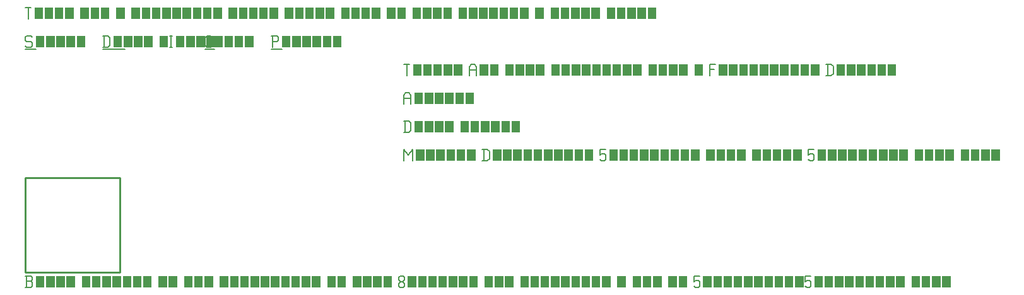
<source format=gbr>
G04 start of page 3 for group -1 layer_idx 16777221 *
G04 Title: Arc with clearline flag, <virtual group> *
G04 Creator: <version>
G04 CreationDate: <date>
G04 For:  *
G04 Format: Gerber/RS-274X *
G04 PCB-Dimensions: 50000 50000 *
G04 PCB-Coordinate-Origin: lower left *
%MOIN*%
%FSLAX25Y25*%
%LNFAB*%
%ADD17C,0.0100*%
%ADD16C,0.0001*%
%ADD15C,0.0060*%
G54D15*X3000Y125000D02*X3750Y124250D01*
X750Y125000D02*X3000D01*
X0Y124250D02*X750Y125000D01*
X0Y124250D02*Y122750D01*
X750Y122000D01*
X3000D01*
X3750Y121250D01*
Y119750D01*
X3000Y119000D02*X3750Y119750D01*
X750Y119000D02*X3000D01*
X0Y119750D02*X750Y119000D01*
G54D16*G36*
X5550Y125000D02*Y119000D01*
X10050D01*
Y125000D01*
X5550D01*
G37*
G36*
X10950D02*Y119000D01*
X15450D01*
Y125000D01*
X10950D01*
G37*
G36*
X16350D02*Y119000D01*
X20850D01*
Y125000D01*
X16350D01*
G37*
G36*
X21750D02*Y119000D01*
X26250D01*
Y125000D01*
X21750D01*
G37*
G36*
X27150D02*Y119000D01*
X31650D01*
Y125000D01*
X27150D01*
G37*
G54D15*X0Y118000D02*X5550D01*
X41750Y125000D02*Y119000D01*
X43700Y125000D02*X44750Y123950D01*
Y120050D01*
X43700Y119000D02*X44750Y120050D01*
X41000Y119000D02*X43700D01*
X41000Y125000D02*X43700D01*
G54D16*G36*
X46550D02*Y119000D01*
X51050D01*
Y125000D01*
X46550D01*
G37*
G36*
X51950D02*Y119000D01*
X56450D01*
Y125000D01*
X51950D01*
G37*
G36*
X57350D02*Y119000D01*
X61850D01*
Y125000D01*
X57350D01*
G37*
G36*
X62750D02*Y119000D01*
X67250D01*
Y125000D01*
X62750D01*
G37*
G36*
X70850D02*Y119000D01*
X75350D01*
Y125000D01*
X70850D01*
G37*
G54D15*X76250D02*X77750D01*
X77000D02*Y119000D01*
X76250D02*X77750D01*
G54D16*G36*
X79550Y125000D02*Y119000D01*
X84050D01*
Y125000D01*
X79550D01*
G37*
G36*
X84950D02*Y119000D01*
X89450D01*
Y125000D01*
X84950D01*
G37*
G36*
X90350D02*Y119000D01*
X94850D01*
Y125000D01*
X90350D01*
G37*
G36*
X95750D02*Y119000D01*
X100250D01*
Y125000D01*
X95750D01*
G37*
G54D15*X41000Y118000D02*X52550D01*
X96050Y119000D02*X98000D01*
X95000Y120050D02*X96050Y119000D01*
X95000Y123950D02*Y120050D01*
Y123950D02*X96050Y125000D01*
X98000D01*
G54D16*G36*
X99800D02*Y119000D01*
X104300D01*
Y125000D01*
X99800D01*
G37*
G36*
X105200D02*Y119000D01*
X109700D01*
Y125000D01*
X105200D01*
G37*
G36*
X110600D02*Y119000D01*
X115100D01*
Y125000D01*
X110600D01*
G37*
G36*
X116000D02*Y119000D01*
X120500D01*
Y125000D01*
X116000D01*
G37*
G54D15*X95000Y118000D02*X99800D01*
X130750Y125000D02*Y119000D01*
X130000Y125000D02*X133000D01*
X133750Y124250D01*
Y122750D01*
X133000Y122000D02*X133750Y122750D01*
X130750Y122000D02*X133000D01*
G54D16*G36*
X135550Y125000D02*Y119000D01*
X140050D01*
Y125000D01*
X135550D01*
G37*
G36*
X140950D02*Y119000D01*
X145450D01*
Y125000D01*
X140950D01*
G37*
G36*
X146350D02*Y119000D01*
X150850D01*
Y125000D01*
X146350D01*
G37*
G36*
X151750D02*Y119000D01*
X156250D01*
Y125000D01*
X151750D01*
G37*
G36*
X157150D02*Y119000D01*
X161650D01*
Y125000D01*
X157150D01*
G37*
G36*
X162550D02*Y119000D01*
X167050D01*
Y125000D01*
X162550D01*
G37*
G54D15*X130000Y118000D02*X135550D01*
X0Y140000D02*X3000D01*
X1500D02*Y134000D01*
G54D16*G36*
X4800Y140000D02*Y134000D01*
X9300D01*
Y140000D01*
X4800D01*
G37*
G36*
X10200D02*Y134000D01*
X14700D01*
Y140000D01*
X10200D01*
G37*
G36*
X15600D02*Y134000D01*
X20100D01*
Y140000D01*
X15600D01*
G37*
G36*
X21000D02*Y134000D01*
X25500D01*
Y140000D01*
X21000D01*
G37*
G36*
X29100D02*Y134000D01*
X33600D01*
Y140000D01*
X29100D01*
G37*
G36*
X34500D02*Y134000D01*
X39000D01*
Y140000D01*
X34500D01*
G37*
G36*
X39900D02*Y134000D01*
X44400D01*
Y140000D01*
X39900D01*
G37*
G36*
X48000D02*Y134000D01*
X52500D01*
Y140000D01*
X48000D01*
G37*
G36*
X56100D02*Y134000D01*
X60600D01*
Y140000D01*
X56100D01*
G37*
G36*
X61500D02*Y134000D01*
X66000D01*
Y140000D01*
X61500D01*
G37*
G36*
X66900D02*Y134000D01*
X71400D01*
Y140000D01*
X66900D01*
G37*
G36*
X72300D02*Y134000D01*
X76800D01*
Y140000D01*
X72300D01*
G37*
G36*
X77700D02*Y134000D01*
X82200D01*
Y140000D01*
X77700D01*
G37*
G36*
X83100D02*Y134000D01*
X87600D01*
Y140000D01*
X83100D01*
G37*
G36*
X88500D02*Y134000D01*
X93000D01*
Y140000D01*
X88500D01*
G37*
G36*
X93900D02*Y134000D01*
X98400D01*
Y140000D01*
X93900D01*
G37*
G36*
X99300D02*Y134000D01*
X103800D01*
Y140000D01*
X99300D01*
G37*
G36*
X107400D02*Y134000D01*
X111900D01*
Y140000D01*
X107400D01*
G37*
G36*
X112800D02*Y134000D01*
X117300D01*
Y140000D01*
X112800D01*
G37*
G36*
X118200D02*Y134000D01*
X122700D01*
Y140000D01*
X118200D01*
G37*
G36*
X123600D02*Y134000D01*
X128100D01*
Y140000D01*
X123600D01*
G37*
G36*
X129000D02*Y134000D01*
X133500D01*
Y140000D01*
X129000D01*
G37*
G36*
X137100D02*Y134000D01*
X141600D01*
Y140000D01*
X137100D01*
G37*
G36*
X142500D02*Y134000D01*
X147000D01*
Y140000D01*
X142500D01*
G37*
G36*
X147900D02*Y134000D01*
X152400D01*
Y140000D01*
X147900D01*
G37*
G36*
X153300D02*Y134000D01*
X157800D01*
Y140000D01*
X153300D01*
G37*
G36*
X158700D02*Y134000D01*
X163200D01*
Y140000D01*
X158700D01*
G37*
G36*
X166800D02*Y134000D01*
X171300D01*
Y140000D01*
X166800D01*
G37*
G36*
X172200D02*Y134000D01*
X176700D01*
Y140000D01*
X172200D01*
G37*
G36*
X177600D02*Y134000D01*
X182100D01*
Y140000D01*
X177600D01*
G37*
G36*
X183000D02*Y134000D01*
X187500D01*
Y140000D01*
X183000D01*
G37*
G36*
X191100D02*Y134000D01*
X195600D01*
Y140000D01*
X191100D01*
G37*
G36*
X196500D02*Y134000D01*
X201000D01*
Y140000D01*
X196500D01*
G37*
G36*
X204600D02*Y134000D01*
X209100D01*
Y140000D01*
X204600D01*
G37*
G36*
X210000D02*Y134000D01*
X214500D01*
Y140000D01*
X210000D01*
G37*
G36*
X215400D02*Y134000D01*
X219900D01*
Y140000D01*
X215400D01*
G37*
G36*
X220800D02*Y134000D01*
X225300D01*
Y140000D01*
X220800D01*
G37*
G36*
X228900D02*Y134000D01*
X233400D01*
Y140000D01*
X228900D01*
G37*
G36*
X234300D02*Y134000D01*
X238800D01*
Y140000D01*
X234300D01*
G37*
G36*
X239700D02*Y134000D01*
X244200D01*
Y140000D01*
X239700D01*
G37*
G36*
X245100D02*Y134000D01*
X249600D01*
Y140000D01*
X245100D01*
G37*
G36*
X250500D02*Y134000D01*
X255000D01*
Y140000D01*
X250500D01*
G37*
G36*
X255900D02*Y134000D01*
X260400D01*
Y140000D01*
X255900D01*
G37*
G36*
X261300D02*Y134000D01*
X265800D01*
Y140000D01*
X261300D01*
G37*
G36*
X269400D02*Y134000D01*
X273900D01*
Y140000D01*
X269400D01*
G37*
G36*
X277500D02*Y134000D01*
X282000D01*
Y140000D01*
X277500D01*
G37*
G36*
X282900D02*Y134000D01*
X287400D01*
Y140000D01*
X282900D01*
G37*
G36*
X288300D02*Y134000D01*
X292800D01*
Y140000D01*
X288300D01*
G37*
G36*
X293700D02*Y134000D01*
X298200D01*
Y140000D01*
X293700D01*
G37*
G36*
X299100D02*Y134000D01*
X303600D01*
Y140000D01*
X299100D01*
G37*
G36*
X307200D02*Y134000D01*
X311700D01*
Y140000D01*
X307200D01*
G37*
G36*
X312600D02*Y134000D01*
X317100D01*
Y140000D01*
X312600D01*
G37*
G36*
X318000D02*Y134000D01*
X322500D01*
Y140000D01*
X318000D01*
G37*
G36*
X323400D02*Y134000D01*
X327900D01*
Y140000D01*
X323400D01*
G37*
G36*
X328800D02*Y134000D01*
X333300D01*
Y140000D01*
X328800D01*
G37*
G54D17*X0Y50000D02*X50000D01*
X0D02*Y0D01*
X50000Y50000D02*Y0D01*
X0D02*X50000D01*
G54D15*X200000Y65000D02*Y59000D01*
Y65000D02*X202250Y62000D01*
X204500Y65000D01*
Y59000D01*
G54D16*G36*
X206300Y65000D02*Y59000D01*
X210800D01*
Y65000D01*
X206300D01*
G37*
G36*
X211700D02*Y59000D01*
X216200D01*
Y65000D01*
X211700D01*
G37*
G36*
X217100D02*Y59000D01*
X221600D01*
Y65000D01*
X217100D01*
G37*
G36*
X222500D02*Y59000D01*
X227000D01*
Y65000D01*
X222500D01*
G37*
G36*
X227900D02*Y59000D01*
X232400D01*
Y65000D01*
X227900D01*
G37*
G36*
X233300D02*Y59000D01*
X237800D01*
Y65000D01*
X233300D01*
G37*
G54D15*X242150D02*Y59000D01*
X244100Y65000D02*X245150Y63950D01*
Y60050D01*
X244100Y59000D02*X245150Y60050D01*
X241400Y59000D02*X244100D01*
X241400Y65000D02*X244100D01*
G54D16*G36*
X246950D02*Y59000D01*
X251450D01*
Y65000D01*
X246950D01*
G37*
G36*
X252350D02*Y59000D01*
X256850D01*
Y65000D01*
X252350D01*
G37*
G36*
X257750D02*Y59000D01*
X262250D01*
Y65000D01*
X257750D01*
G37*
G36*
X263150D02*Y59000D01*
X267650D01*
Y65000D01*
X263150D01*
G37*
G36*
X268550D02*Y59000D01*
X273050D01*
Y65000D01*
X268550D01*
G37*
G36*
X273950D02*Y59000D01*
X278450D01*
Y65000D01*
X273950D01*
G37*
G36*
X279350D02*Y59000D01*
X283850D01*
Y65000D01*
X279350D01*
G37*
G36*
X284750D02*Y59000D01*
X289250D01*
Y65000D01*
X284750D01*
G37*
G36*
X290150D02*Y59000D01*
X294650D01*
Y65000D01*
X290150D01*
G37*
G36*
X295550D02*Y59000D01*
X300050D01*
Y65000D01*
X295550D01*
G37*
G54D15*X303650D02*X306650D01*
X303650D02*Y62000D01*
X304400Y62750D01*
X305900D01*
X306650Y62000D01*
Y59750D01*
X305900Y59000D02*X306650Y59750D01*
X304400Y59000D02*X305900D01*
X303650Y59750D02*X304400Y59000D01*
G54D16*G36*
X308450Y65000D02*Y59000D01*
X312950D01*
Y65000D01*
X308450D01*
G37*
G36*
X313850D02*Y59000D01*
X318350D01*
Y65000D01*
X313850D01*
G37*
G36*
X319250D02*Y59000D01*
X323750D01*
Y65000D01*
X319250D01*
G37*
G36*
X324650D02*Y59000D01*
X329150D01*
Y65000D01*
X324650D01*
G37*
G36*
X330050D02*Y59000D01*
X334550D01*
Y65000D01*
X330050D01*
G37*
G36*
X335450D02*Y59000D01*
X339950D01*
Y65000D01*
X335450D01*
G37*
G36*
X340850D02*Y59000D01*
X345350D01*
Y65000D01*
X340850D01*
G37*
G36*
X346250D02*Y59000D01*
X350750D01*
Y65000D01*
X346250D01*
G37*
G36*
X351650D02*Y59000D01*
X356150D01*
Y65000D01*
X351650D01*
G37*
G36*
X359750D02*Y59000D01*
X364250D01*
Y65000D01*
X359750D01*
G37*
G36*
X365150D02*Y59000D01*
X369650D01*
Y65000D01*
X365150D01*
G37*
G36*
X370550D02*Y59000D01*
X375050D01*
Y65000D01*
X370550D01*
G37*
G36*
X375950D02*Y59000D01*
X380450D01*
Y65000D01*
X375950D01*
G37*
G36*
X384050D02*Y59000D01*
X388550D01*
Y65000D01*
X384050D01*
G37*
G36*
X389450D02*Y59000D01*
X393950D01*
Y65000D01*
X389450D01*
G37*
G36*
X394850D02*Y59000D01*
X399350D01*
Y65000D01*
X394850D01*
G37*
G36*
X400250D02*Y59000D01*
X404750D01*
Y65000D01*
X400250D01*
G37*
G36*
X405650D02*Y59000D01*
X410150D01*
Y65000D01*
X405650D01*
G37*
G54D15*X413750D02*X416750D01*
X413750D02*Y62000D01*
X414500Y62750D01*
X416000D01*
X416750Y62000D01*
Y59750D01*
X416000Y59000D02*X416750Y59750D01*
X414500Y59000D02*X416000D01*
X413750Y59750D02*X414500Y59000D01*
G54D16*G36*
X418550Y65000D02*Y59000D01*
X423050D01*
Y65000D01*
X418550D01*
G37*
G36*
X423950D02*Y59000D01*
X428450D01*
Y65000D01*
X423950D01*
G37*
G36*
X429350D02*Y59000D01*
X433850D01*
Y65000D01*
X429350D01*
G37*
G36*
X434750D02*Y59000D01*
X439250D01*
Y65000D01*
X434750D01*
G37*
G36*
X440150D02*Y59000D01*
X444650D01*
Y65000D01*
X440150D01*
G37*
G36*
X445550D02*Y59000D01*
X450050D01*
Y65000D01*
X445550D01*
G37*
G36*
X450950D02*Y59000D01*
X455450D01*
Y65000D01*
X450950D01*
G37*
G36*
X456350D02*Y59000D01*
X460850D01*
Y65000D01*
X456350D01*
G37*
G36*
X461750D02*Y59000D01*
X466250D01*
Y65000D01*
X461750D01*
G37*
G36*
X469850D02*Y59000D01*
X474350D01*
Y65000D01*
X469850D01*
G37*
G36*
X475250D02*Y59000D01*
X479750D01*
Y65000D01*
X475250D01*
G37*
G36*
X480650D02*Y59000D01*
X485150D01*
Y65000D01*
X480650D01*
G37*
G36*
X486050D02*Y59000D01*
X490550D01*
Y65000D01*
X486050D01*
G37*
G36*
X494150D02*Y59000D01*
X498650D01*
Y65000D01*
X494150D01*
G37*
G36*
X499550D02*Y59000D01*
X504050D01*
Y65000D01*
X499550D01*
G37*
G36*
X504950D02*Y59000D01*
X509450D01*
Y65000D01*
X504950D01*
G37*
G36*
X510350D02*Y59000D01*
X514850D01*
Y65000D01*
X510350D01*
G37*
G54D15*X0Y-8000D02*X3000D01*
X3750Y-7250D01*
Y-5450D02*Y-7250D01*
X3000Y-4700D02*X3750Y-5450D01*
X750Y-4700D02*X3000D01*
X750Y-2000D02*Y-8000D01*
X0Y-2000D02*X3000D01*
X3750Y-2750D01*
Y-3950D01*
X3000Y-4700D02*X3750Y-3950D01*
G54D16*G36*
X5550Y-2000D02*Y-8000D01*
X10050D01*
Y-2000D01*
X5550D01*
G37*
G36*
X10950D02*Y-8000D01*
X15450D01*
Y-2000D01*
X10950D01*
G37*
G36*
X16350D02*Y-8000D01*
X20850D01*
Y-2000D01*
X16350D01*
G37*
G36*
X21750D02*Y-8000D01*
X26250D01*
Y-2000D01*
X21750D01*
G37*
G36*
X29850D02*Y-8000D01*
X34350D01*
Y-2000D01*
X29850D01*
G37*
G36*
X35250D02*Y-8000D01*
X39750D01*
Y-2000D01*
X35250D01*
G37*
G36*
X40650D02*Y-8000D01*
X45150D01*
Y-2000D01*
X40650D01*
G37*
G36*
X46050D02*Y-8000D01*
X50550D01*
Y-2000D01*
X46050D01*
G37*
G36*
X51450D02*Y-8000D01*
X55950D01*
Y-2000D01*
X51450D01*
G37*
G36*
X56850D02*Y-8000D01*
X61350D01*
Y-2000D01*
X56850D01*
G37*
G36*
X62250D02*Y-8000D01*
X66750D01*
Y-2000D01*
X62250D01*
G37*
G36*
X70350D02*Y-8000D01*
X74850D01*
Y-2000D01*
X70350D01*
G37*
G36*
X75750D02*Y-8000D01*
X80250D01*
Y-2000D01*
X75750D01*
G37*
G36*
X83850D02*Y-8000D01*
X88350D01*
Y-2000D01*
X83850D01*
G37*
G36*
X89250D02*Y-8000D01*
X93750D01*
Y-2000D01*
X89250D01*
G37*
G36*
X94650D02*Y-8000D01*
X99150D01*
Y-2000D01*
X94650D01*
G37*
G36*
X102750D02*Y-8000D01*
X107250D01*
Y-2000D01*
X102750D01*
G37*
G36*
X108150D02*Y-8000D01*
X112650D01*
Y-2000D01*
X108150D01*
G37*
G36*
X113550D02*Y-8000D01*
X118050D01*
Y-2000D01*
X113550D01*
G37*
G36*
X118950D02*Y-8000D01*
X123450D01*
Y-2000D01*
X118950D01*
G37*
G36*
X124350D02*Y-8000D01*
X128850D01*
Y-2000D01*
X124350D01*
G37*
G36*
X129750D02*Y-8000D01*
X134250D01*
Y-2000D01*
X129750D01*
G37*
G36*
X135150D02*Y-8000D01*
X139650D01*
Y-2000D01*
X135150D01*
G37*
G36*
X140550D02*Y-8000D01*
X145050D01*
Y-2000D01*
X140550D01*
G37*
G36*
X145950D02*Y-8000D01*
X150450D01*
Y-2000D01*
X145950D01*
G37*
G36*
X151350D02*Y-8000D01*
X155850D01*
Y-2000D01*
X151350D01*
G37*
G36*
X159450D02*Y-8000D01*
X163950D01*
Y-2000D01*
X159450D01*
G37*
G36*
X164850D02*Y-8000D01*
X169350D01*
Y-2000D01*
X164850D01*
G37*
G36*
X172950D02*Y-8000D01*
X177450D01*
Y-2000D01*
X172950D01*
G37*
G36*
X178350D02*Y-8000D01*
X182850D01*
Y-2000D01*
X178350D01*
G37*
G36*
X183750D02*Y-8000D01*
X188250D01*
Y-2000D01*
X183750D01*
G37*
G36*
X189150D02*Y-8000D01*
X193650D01*
Y-2000D01*
X189150D01*
G37*
G54D15*X197250Y-7250D02*X198000Y-8000D01*
X197250Y-6050D02*Y-7250D01*
Y-6050D02*X198300Y-5000D01*
X199200D01*
X200250Y-6050D01*
Y-7250D01*
X199500Y-8000D02*X200250Y-7250D01*
X198000Y-8000D02*X199500D01*
X197250Y-3950D02*X198300Y-5000D01*
X197250Y-2750D02*Y-3950D01*
Y-2750D02*X198000Y-2000D01*
X199500D01*
X200250Y-2750D01*
Y-3950D01*
X199200Y-5000D02*X200250Y-3950D01*
G54D16*G36*
X202050Y-2000D02*Y-8000D01*
X206550D01*
Y-2000D01*
X202050D01*
G37*
G36*
X207450D02*Y-8000D01*
X211950D01*
Y-2000D01*
X207450D01*
G37*
G36*
X212850D02*Y-8000D01*
X217350D01*
Y-2000D01*
X212850D01*
G37*
G36*
X218250D02*Y-8000D01*
X222750D01*
Y-2000D01*
X218250D01*
G37*
G36*
X223650D02*Y-8000D01*
X228150D01*
Y-2000D01*
X223650D01*
G37*
G36*
X229050D02*Y-8000D01*
X233550D01*
Y-2000D01*
X229050D01*
G37*
G36*
X234450D02*Y-8000D01*
X238950D01*
Y-2000D01*
X234450D01*
G37*
G36*
X242550D02*Y-8000D01*
X247050D01*
Y-2000D01*
X242550D01*
G37*
G36*
X247950D02*Y-8000D01*
X252450D01*
Y-2000D01*
X247950D01*
G37*
G36*
X253350D02*Y-8000D01*
X257850D01*
Y-2000D01*
X253350D01*
G37*
G36*
X261450D02*Y-8000D01*
X265950D01*
Y-2000D01*
X261450D01*
G37*
G36*
X266850D02*Y-8000D01*
X271350D01*
Y-2000D01*
X266850D01*
G37*
G36*
X272250D02*Y-8000D01*
X276750D01*
Y-2000D01*
X272250D01*
G37*
G36*
X277650D02*Y-8000D01*
X282150D01*
Y-2000D01*
X277650D01*
G37*
G36*
X283050D02*Y-8000D01*
X287550D01*
Y-2000D01*
X283050D01*
G37*
G36*
X288450D02*Y-8000D01*
X292950D01*
Y-2000D01*
X288450D01*
G37*
G36*
X293850D02*Y-8000D01*
X298350D01*
Y-2000D01*
X293850D01*
G37*
G36*
X299250D02*Y-8000D01*
X303750D01*
Y-2000D01*
X299250D01*
G37*
G36*
X304650D02*Y-8000D01*
X309150D01*
Y-2000D01*
X304650D01*
G37*
G36*
X312750D02*Y-8000D01*
X317250D01*
Y-2000D01*
X312750D01*
G37*
G36*
X320850D02*Y-8000D01*
X325350D01*
Y-2000D01*
X320850D01*
G37*
G36*
X326250D02*Y-8000D01*
X330750D01*
Y-2000D01*
X326250D01*
G37*
G36*
X331650D02*Y-8000D01*
X336150D01*
Y-2000D01*
X331650D01*
G37*
G36*
X339750D02*Y-8000D01*
X344250D01*
Y-2000D01*
X339750D01*
G37*
G36*
X345150D02*Y-8000D01*
X349650D01*
Y-2000D01*
X345150D01*
G37*
G54D15*X353250D02*X356250D01*
X353250D02*Y-5000D01*
X354000Y-4250D01*
X355500D01*
X356250Y-5000D01*
Y-7250D01*
X355500Y-8000D02*X356250Y-7250D01*
X354000Y-8000D02*X355500D01*
X353250Y-7250D02*X354000Y-8000D01*
G54D16*G36*
X358050Y-2000D02*Y-8000D01*
X362550D01*
Y-2000D01*
X358050D01*
G37*
G36*
X363450D02*Y-8000D01*
X367950D01*
Y-2000D01*
X363450D01*
G37*
G36*
X368850D02*Y-8000D01*
X373350D01*
Y-2000D01*
X368850D01*
G37*
G36*
X374250D02*Y-8000D01*
X378750D01*
Y-2000D01*
X374250D01*
G37*
G36*
X379650D02*Y-8000D01*
X384150D01*
Y-2000D01*
X379650D01*
G37*
G36*
X385050D02*Y-8000D01*
X389550D01*
Y-2000D01*
X385050D01*
G37*
G36*
X390450D02*Y-8000D01*
X394950D01*
Y-2000D01*
X390450D01*
G37*
G36*
X395850D02*Y-8000D01*
X400350D01*
Y-2000D01*
X395850D01*
G37*
G36*
X401250D02*Y-8000D01*
X405750D01*
Y-2000D01*
X401250D01*
G37*
G36*
X406650D02*Y-8000D01*
X411150D01*
Y-2000D01*
X406650D01*
G37*
G54D15*X412050D02*X415050D01*
X412050D02*Y-5000D01*
X412800Y-4250D01*
X414300D01*
X415050Y-5000D01*
Y-7250D01*
X414300Y-8000D02*X415050Y-7250D01*
X412800Y-8000D02*X414300D01*
X412050Y-7250D02*X412800Y-8000D01*
G54D16*G36*
X416850Y-2000D02*Y-8000D01*
X421350D01*
Y-2000D01*
X416850D01*
G37*
G36*
X422250D02*Y-8000D01*
X426750D01*
Y-2000D01*
X422250D01*
G37*
G36*
X427650D02*Y-8000D01*
X432150D01*
Y-2000D01*
X427650D01*
G37*
G36*
X433050D02*Y-8000D01*
X437550D01*
Y-2000D01*
X433050D01*
G37*
G36*
X438450D02*Y-8000D01*
X442950D01*
Y-2000D01*
X438450D01*
G37*
G36*
X443850D02*Y-8000D01*
X448350D01*
Y-2000D01*
X443850D01*
G37*
G36*
X449250D02*Y-8000D01*
X453750D01*
Y-2000D01*
X449250D01*
G37*
G36*
X454650D02*Y-8000D01*
X459150D01*
Y-2000D01*
X454650D01*
G37*
G36*
X460050D02*Y-8000D01*
X464550D01*
Y-2000D01*
X460050D01*
G37*
G36*
X468150D02*Y-8000D01*
X472650D01*
Y-2000D01*
X468150D01*
G37*
G36*
X473550D02*Y-8000D01*
X478050D01*
Y-2000D01*
X473550D01*
G37*
G36*
X478950D02*Y-8000D01*
X483450D01*
Y-2000D01*
X478950D01*
G37*
G36*
X484350D02*Y-8000D01*
X488850D01*
Y-2000D01*
X484350D01*
G37*
G54D15*X200750Y80000D02*Y74000D01*
X202700Y80000D02*X203750Y78950D01*
Y75050D01*
X202700Y74000D02*X203750Y75050D01*
X200000Y74000D02*X202700D01*
X200000Y80000D02*X202700D01*
G54D16*G36*
X205550D02*Y74000D01*
X210050D01*
Y80000D01*
X205550D01*
G37*
G36*
X210950D02*Y74000D01*
X215450D01*
Y80000D01*
X210950D01*
G37*
G36*
X216350D02*Y74000D01*
X220850D01*
Y80000D01*
X216350D01*
G37*
G36*
X221750D02*Y74000D01*
X226250D01*
Y80000D01*
X221750D01*
G37*
G36*
X229850D02*Y74000D01*
X234350D01*
Y80000D01*
X229850D01*
G37*
G36*
X235250D02*Y74000D01*
X239750D01*
Y80000D01*
X235250D01*
G37*
G36*
X240650D02*Y74000D01*
X245150D01*
Y80000D01*
X240650D01*
G37*
G36*
X246050D02*Y74000D01*
X250550D01*
Y80000D01*
X246050D01*
G37*
G36*
X251450D02*Y74000D01*
X255950D01*
Y80000D01*
X251450D01*
G37*
G36*
X256850D02*Y74000D01*
X261350D01*
Y80000D01*
X256850D01*
G37*
G54D15*X200000Y93500D02*Y89000D01*
Y93500D02*X201050Y95000D01*
X202700D01*
X203750Y93500D01*
Y89000D01*
X200000Y92000D02*X203750D01*
G54D16*G36*
X205550Y95000D02*Y89000D01*
X210050D01*
Y95000D01*
X205550D01*
G37*
G36*
X210950D02*Y89000D01*
X215450D01*
Y95000D01*
X210950D01*
G37*
G36*
X216350D02*Y89000D01*
X220850D01*
Y95000D01*
X216350D01*
G37*
G36*
X221750D02*Y89000D01*
X226250D01*
Y95000D01*
X221750D01*
G37*
G36*
X227150D02*Y89000D01*
X231650D01*
Y95000D01*
X227150D01*
G37*
G36*
X232550D02*Y89000D01*
X237050D01*
Y95000D01*
X232550D01*
G37*
G54D15*X200000Y110000D02*X203000D01*
X201500D02*Y104000D01*
G54D16*G36*
X204800Y110000D02*Y104000D01*
X209300D01*
Y110000D01*
X204800D01*
G37*
G36*
X210200D02*Y104000D01*
X214700D01*
Y110000D01*
X210200D01*
G37*
G36*
X215600D02*Y104000D01*
X220100D01*
Y110000D01*
X215600D01*
G37*
G36*
X221000D02*Y104000D01*
X225500D01*
Y110000D01*
X221000D01*
G37*
G36*
X226400D02*Y104000D01*
X230900D01*
Y110000D01*
X226400D01*
G37*
G54D15*X234500Y108500D02*Y104000D01*
Y108500D02*X235550Y110000D01*
X237200D01*
X238250Y108500D01*
Y104000D01*
X234500Y107000D02*X238250D01*
G54D16*G36*
X240050Y110000D02*Y104000D01*
X244550D01*
Y110000D01*
X240050D01*
G37*
G36*
X245450D02*Y104000D01*
X249950D01*
Y110000D01*
X245450D01*
G37*
G36*
X253550D02*Y104000D01*
X258050D01*
Y110000D01*
X253550D01*
G37*
G36*
X258950D02*Y104000D01*
X263450D01*
Y110000D01*
X258950D01*
G37*
G36*
X264350D02*Y104000D01*
X268850D01*
Y110000D01*
X264350D01*
G37*
G36*
X269750D02*Y104000D01*
X274250D01*
Y110000D01*
X269750D01*
G37*
G36*
X277850D02*Y104000D01*
X282350D01*
Y110000D01*
X277850D01*
G37*
G36*
X283250D02*Y104000D01*
X287750D01*
Y110000D01*
X283250D01*
G37*
G36*
X288650D02*Y104000D01*
X293150D01*
Y110000D01*
X288650D01*
G37*
G36*
X294050D02*Y104000D01*
X298550D01*
Y110000D01*
X294050D01*
G37*
G36*
X299450D02*Y104000D01*
X303950D01*
Y110000D01*
X299450D01*
G37*
G36*
X304850D02*Y104000D01*
X309350D01*
Y110000D01*
X304850D01*
G37*
G36*
X310250D02*Y104000D01*
X314750D01*
Y110000D01*
X310250D01*
G37*
G36*
X315650D02*Y104000D01*
X320150D01*
Y110000D01*
X315650D01*
G37*
G36*
X321050D02*Y104000D01*
X325550D01*
Y110000D01*
X321050D01*
G37*
G36*
X329150D02*Y104000D01*
X333650D01*
Y110000D01*
X329150D01*
G37*
G36*
X334550D02*Y104000D01*
X339050D01*
Y110000D01*
X334550D01*
G37*
G36*
X339950D02*Y104000D01*
X344450D01*
Y110000D01*
X339950D01*
G37*
G36*
X345350D02*Y104000D01*
X349850D01*
Y110000D01*
X345350D01*
G37*
G36*
X353450D02*Y104000D01*
X357950D01*
Y110000D01*
X353450D01*
G37*
G54D15*X361550D02*Y104000D01*
Y110000D02*X364550D01*
X361550Y107300D02*X363800D01*
G54D16*G36*
X366350Y110000D02*Y104000D01*
X370850D01*
Y110000D01*
X366350D01*
G37*
G36*
X371750D02*Y104000D01*
X376250D01*
Y110000D01*
X371750D01*
G37*
G36*
X377150D02*Y104000D01*
X381650D01*
Y110000D01*
X377150D01*
G37*
G36*
X382550D02*Y104000D01*
X387050D01*
Y110000D01*
X382550D01*
G37*
G36*
X387950D02*Y104000D01*
X392450D01*
Y110000D01*
X387950D01*
G37*
G36*
X393350D02*Y104000D01*
X397850D01*
Y110000D01*
X393350D01*
G37*
G36*
X398750D02*Y104000D01*
X403250D01*
Y110000D01*
X398750D01*
G37*
G36*
X404150D02*Y104000D01*
X408650D01*
Y110000D01*
X404150D01*
G37*
G36*
X409550D02*Y104000D01*
X414050D01*
Y110000D01*
X409550D01*
G37*
G36*
X414950D02*Y104000D01*
X419450D01*
Y110000D01*
X414950D01*
G37*
G54D15*X423800D02*Y104000D01*
X425750Y110000D02*X426800Y108950D01*
Y105050D01*
X425750Y104000D02*X426800Y105050D01*
X423050Y104000D02*X425750D01*
X423050Y110000D02*X425750D01*
G54D16*G36*
X428600D02*Y104000D01*
X433100D01*
Y110000D01*
X428600D01*
G37*
G36*
X434000D02*Y104000D01*
X438500D01*
Y110000D01*
X434000D01*
G37*
G36*
X439400D02*Y104000D01*
X443900D01*
Y110000D01*
X439400D01*
G37*
G36*
X444800D02*Y104000D01*
X449300D01*
Y110000D01*
X444800D01*
G37*
G36*
X450200D02*Y104000D01*
X454700D01*
Y110000D01*
X450200D01*
G37*
G36*
X455600D02*Y104000D01*
X460100D01*
Y110000D01*
X455600D01*
G37*
M02*

</source>
